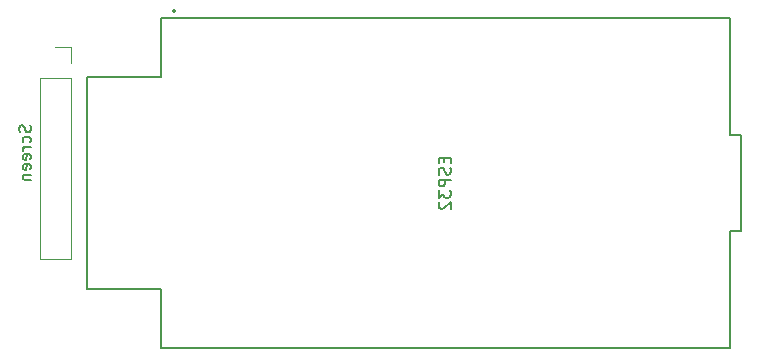
<source format=gbr>
%TF.GenerationSoftware,KiCad,Pcbnew,7.0.10*%
%TF.CreationDate,2024-04-14T18:32:16+10:00*%
%TF.ProjectId,IC Sprayer,49432053-7072-4617-9965-722e6b696361,rev?*%
%TF.SameCoordinates,Original*%
%TF.FileFunction,Legend,Bot*%
%TF.FilePolarity,Positive*%
%FSLAX46Y46*%
G04 Gerber Fmt 4.6, Leading zero omitted, Abs format (unit mm)*
G04 Created by KiCad (PCBNEW 7.0.10) date 2024-04-14 18:32:16*
%MOMM*%
%LPD*%
G01*
G04 APERTURE LIST*
%ADD10C,0.150000*%
%ADD11C,0.120000*%
%ADD12C,0.127000*%
%ADD13C,0.200000*%
G04 APERTURE END LIST*
D10*
X127407200Y-96726666D02*
X127454819Y-96869523D01*
X127454819Y-96869523D02*
X127454819Y-97107618D01*
X127454819Y-97107618D02*
X127407200Y-97202856D01*
X127407200Y-97202856D02*
X127359580Y-97250475D01*
X127359580Y-97250475D02*
X127264342Y-97298094D01*
X127264342Y-97298094D02*
X127169104Y-97298094D01*
X127169104Y-97298094D02*
X127073866Y-97250475D01*
X127073866Y-97250475D02*
X127026247Y-97202856D01*
X127026247Y-97202856D02*
X126978628Y-97107618D01*
X126978628Y-97107618D02*
X126931009Y-96917142D01*
X126931009Y-96917142D02*
X126883390Y-96821904D01*
X126883390Y-96821904D02*
X126835771Y-96774285D01*
X126835771Y-96774285D02*
X126740533Y-96726666D01*
X126740533Y-96726666D02*
X126645295Y-96726666D01*
X126645295Y-96726666D02*
X126550057Y-96774285D01*
X126550057Y-96774285D02*
X126502438Y-96821904D01*
X126502438Y-96821904D02*
X126454819Y-96917142D01*
X126454819Y-96917142D02*
X126454819Y-97155237D01*
X126454819Y-97155237D02*
X126502438Y-97298094D01*
X127407200Y-98155237D02*
X127454819Y-98059999D01*
X127454819Y-98059999D02*
X127454819Y-97869523D01*
X127454819Y-97869523D02*
X127407200Y-97774285D01*
X127407200Y-97774285D02*
X127359580Y-97726666D01*
X127359580Y-97726666D02*
X127264342Y-97679047D01*
X127264342Y-97679047D02*
X126978628Y-97679047D01*
X126978628Y-97679047D02*
X126883390Y-97726666D01*
X126883390Y-97726666D02*
X126835771Y-97774285D01*
X126835771Y-97774285D02*
X126788152Y-97869523D01*
X126788152Y-97869523D02*
X126788152Y-98059999D01*
X126788152Y-98059999D02*
X126835771Y-98155237D01*
X127454819Y-98583809D02*
X126788152Y-98583809D01*
X126978628Y-98583809D02*
X126883390Y-98631428D01*
X126883390Y-98631428D02*
X126835771Y-98679047D01*
X126835771Y-98679047D02*
X126788152Y-98774285D01*
X126788152Y-98774285D02*
X126788152Y-98869523D01*
X127407200Y-99583809D02*
X127454819Y-99488571D01*
X127454819Y-99488571D02*
X127454819Y-99298095D01*
X127454819Y-99298095D02*
X127407200Y-99202857D01*
X127407200Y-99202857D02*
X127311961Y-99155238D01*
X127311961Y-99155238D02*
X126931009Y-99155238D01*
X126931009Y-99155238D02*
X126835771Y-99202857D01*
X126835771Y-99202857D02*
X126788152Y-99298095D01*
X126788152Y-99298095D02*
X126788152Y-99488571D01*
X126788152Y-99488571D02*
X126835771Y-99583809D01*
X126835771Y-99583809D02*
X126931009Y-99631428D01*
X126931009Y-99631428D02*
X127026247Y-99631428D01*
X127026247Y-99631428D02*
X127121485Y-99155238D01*
X127407200Y-100440952D02*
X127454819Y-100345714D01*
X127454819Y-100345714D02*
X127454819Y-100155238D01*
X127454819Y-100155238D02*
X127407200Y-100060000D01*
X127407200Y-100060000D02*
X127311961Y-100012381D01*
X127311961Y-100012381D02*
X126931009Y-100012381D01*
X126931009Y-100012381D02*
X126835771Y-100060000D01*
X126835771Y-100060000D02*
X126788152Y-100155238D01*
X126788152Y-100155238D02*
X126788152Y-100345714D01*
X126788152Y-100345714D02*
X126835771Y-100440952D01*
X126835771Y-100440952D02*
X126931009Y-100488571D01*
X126931009Y-100488571D02*
X127026247Y-100488571D01*
X127026247Y-100488571D02*
X127121485Y-100012381D01*
X126788152Y-100917143D02*
X127454819Y-100917143D01*
X126883390Y-100917143D02*
X126835771Y-100964762D01*
X126835771Y-100964762D02*
X126788152Y-101060000D01*
X126788152Y-101060000D02*
X126788152Y-101202857D01*
X126788152Y-101202857D02*
X126835771Y-101298095D01*
X126835771Y-101298095D02*
X126931009Y-101345714D01*
X126931009Y-101345714D02*
X127454819Y-101345714D01*
X162481009Y-99457143D02*
X162481009Y-99790476D01*
X163004819Y-99933333D02*
X163004819Y-99457143D01*
X163004819Y-99457143D02*
X162004819Y-99457143D01*
X162004819Y-99457143D02*
X162004819Y-99933333D01*
X162957200Y-100314286D02*
X163004819Y-100457143D01*
X163004819Y-100457143D02*
X163004819Y-100695238D01*
X163004819Y-100695238D02*
X162957200Y-100790476D01*
X162957200Y-100790476D02*
X162909580Y-100838095D01*
X162909580Y-100838095D02*
X162814342Y-100885714D01*
X162814342Y-100885714D02*
X162719104Y-100885714D01*
X162719104Y-100885714D02*
X162623866Y-100838095D01*
X162623866Y-100838095D02*
X162576247Y-100790476D01*
X162576247Y-100790476D02*
X162528628Y-100695238D01*
X162528628Y-100695238D02*
X162481009Y-100504762D01*
X162481009Y-100504762D02*
X162433390Y-100409524D01*
X162433390Y-100409524D02*
X162385771Y-100361905D01*
X162385771Y-100361905D02*
X162290533Y-100314286D01*
X162290533Y-100314286D02*
X162195295Y-100314286D01*
X162195295Y-100314286D02*
X162100057Y-100361905D01*
X162100057Y-100361905D02*
X162052438Y-100409524D01*
X162052438Y-100409524D02*
X162004819Y-100504762D01*
X162004819Y-100504762D02*
X162004819Y-100742857D01*
X162004819Y-100742857D02*
X162052438Y-100885714D01*
X163004819Y-101314286D02*
X162004819Y-101314286D01*
X162004819Y-101314286D02*
X162004819Y-101695238D01*
X162004819Y-101695238D02*
X162052438Y-101790476D01*
X162052438Y-101790476D02*
X162100057Y-101838095D01*
X162100057Y-101838095D02*
X162195295Y-101885714D01*
X162195295Y-101885714D02*
X162338152Y-101885714D01*
X162338152Y-101885714D02*
X162433390Y-101838095D01*
X162433390Y-101838095D02*
X162481009Y-101790476D01*
X162481009Y-101790476D02*
X162528628Y-101695238D01*
X162528628Y-101695238D02*
X162528628Y-101314286D01*
X162004819Y-102219048D02*
X162004819Y-102838095D01*
X162004819Y-102838095D02*
X162385771Y-102504762D01*
X162385771Y-102504762D02*
X162385771Y-102647619D01*
X162385771Y-102647619D02*
X162433390Y-102742857D01*
X162433390Y-102742857D02*
X162481009Y-102790476D01*
X162481009Y-102790476D02*
X162576247Y-102838095D01*
X162576247Y-102838095D02*
X162814342Y-102838095D01*
X162814342Y-102838095D02*
X162909580Y-102790476D01*
X162909580Y-102790476D02*
X162957200Y-102742857D01*
X162957200Y-102742857D02*
X163004819Y-102647619D01*
X163004819Y-102647619D02*
X163004819Y-102361905D01*
X163004819Y-102361905D02*
X162957200Y-102266667D01*
X162957200Y-102266667D02*
X162909580Y-102219048D01*
X162100057Y-103219048D02*
X162052438Y-103266667D01*
X162052438Y-103266667D02*
X162004819Y-103361905D01*
X162004819Y-103361905D02*
X162004819Y-103600000D01*
X162004819Y-103600000D02*
X162052438Y-103695238D01*
X162052438Y-103695238D02*
X162100057Y-103742857D01*
X162100057Y-103742857D02*
X162195295Y-103790476D01*
X162195295Y-103790476D02*
X162290533Y-103790476D01*
X162290533Y-103790476D02*
X162433390Y-103742857D01*
X162433390Y-103742857D02*
X163004819Y-103171429D01*
X163004819Y-103171429D02*
X163004819Y-103790476D01*
D11*
%TO.C,Screen*%
X130870000Y-108010000D02*
X128210000Y-108010000D01*
X130870000Y-92710000D02*
X130870000Y-108010000D01*
X130870000Y-92710000D02*
X128210000Y-92710000D01*
X130870000Y-91440000D02*
X130870000Y-90110000D01*
X130870000Y-90110000D02*
X129540000Y-90110000D01*
X128210000Y-92710000D02*
X128210000Y-108010000D01*
D12*
%TO.C,ESP32*%
X186650000Y-87650000D02*
X186650000Y-97530000D01*
X138450000Y-87650000D02*
X186650000Y-87650000D01*
X138450000Y-92600000D02*
X138450000Y-87650000D01*
X138450000Y-92600000D02*
X132250000Y-92600000D01*
X132250000Y-92600000D02*
X132250000Y-110600000D01*
X187550000Y-97530000D02*
X187550000Y-105660000D01*
X186650000Y-97530000D02*
X187550000Y-97530000D01*
X187550000Y-105660000D02*
X186650000Y-105660000D01*
X186650000Y-105660000D02*
X186650000Y-115550000D01*
X132250000Y-110600000D02*
X138450000Y-110600000D01*
X186650000Y-115550000D02*
X138450000Y-115550000D01*
X138450000Y-115550000D02*
X138450000Y-110600000D01*
D13*
X139680000Y-87030000D02*
G75*
G03*
X139480000Y-87030000I-100000J0D01*
G01*
X139480000Y-87030000D02*
G75*
G03*
X139680000Y-87030000I100000J0D01*
G01*
%TD*%
M02*

</source>
